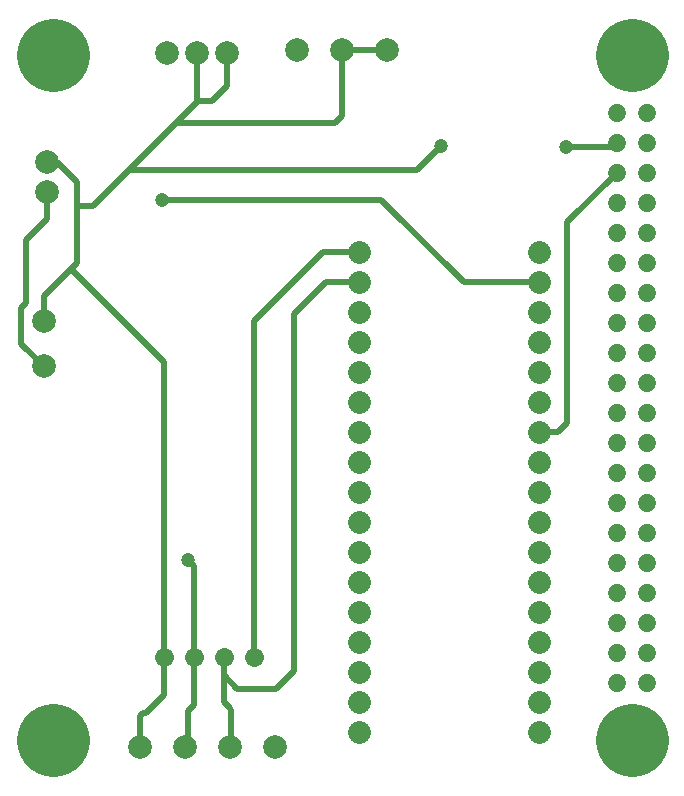
<source format=gbl>
G04 ( created by brdgerber.py ( brdgerber.py v0.1 2014-03-12 ) ) date 2020-07-20 00:47:19 EDT*
G04 Gerber Fmt 3.4, Leading zero omitted, Abs format*
%MOIN*%
%FSLAX34Y34*%
G01*
G70*
G90*
G04 APERTURE LIST*
%ADD12C,0.0000*%
%ADD17C,0.0760*%
%ADD19C,0.0472*%
%ADD14C,0.0642*%
%ADD13C,0.0050*%
%ADD11C,0.2440*%
%ADD16C,0.0787*%
%ADD15C,0.0060*%
%ADD10C,0.0589*%
%ADD18C,0.0200*%
G04 APERTURE END LIST*
G54D12*
D10*
G01X07345Y09950D02*
G01X07345Y09950D01*
D10*
G01X08345Y09950D02*
G01X08345Y09950D01*
D10*
G01X07345Y08950D02*
G01X07345Y08950D01*
D10*
G01X08345Y08950D02*
G01X08345Y08950D01*
D10*
G01X07345Y07950D02*
G01X07345Y07950D01*
D10*
G01X08345Y07950D02*
G01X08345Y07950D01*
D10*
G01X07345Y06950D02*
G01X07345Y06950D01*
D10*
G01X08345Y06950D02*
G01X08345Y06950D01*
D10*
G01X07345Y05950D02*
G01X07345Y05950D01*
D10*
G01X08345Y05950D02*
G01X08345Y05950D01*
D10*
G01X07345Y04950D02*
G01X07345Y04950D01*
D10*
G01X08345Y04950D02*
G01X08345Y04950D01*
D10*
G01X07345Y03950D02*
G01X07345Y03950D01*
D10*
G01X08345Y03950D02*
G01X08345Y03950D01*
D10*
G01X07345Y02950D02*
G01X07345Y02950D01*
D10*
G01X08345Y02950D02*
G01X08345Y02950D01*
D10*
G01X07345Y01950D02*
G01X07345Y01950D01*
D10*
G01X08345Y01950D02*
G01X08345Y01950D01*
D10*
G01X07345Y00950D02*
G01X07345Y00950D01*
D10*
G01X08345Y00950D02*
G01X08345Y00950D01*
D10*
G01X07345Y-00050D02*
G01X07345Y-00050D01*
D10*
G01X08345Y-00050D02*
G01X08345Y-00050D01*
D10*
G01X07345Y-01050D02*
G01X07345Y-01050D01*
D10*
G01X08345Y-01050D02*
G01X08345Y-01050D01*
D10*
G01X07345Y-02050D02*
G01X07345Y-02050D01*
D10*
G01X08345Y-02050D02*
G01X08345Y-02050D01*
D10*
G01X07345Y-03050D02*
G01X07345Y-03050D01*
D10*
G01X08345Y-03050D02*
G01X08345Y-03050D01*
D10*
G01X07345Y-04050D02*
G01X07345Y-04050D01*
D10*
G01X08345Y-04050D02*
G01X08345Y-04050D01*
D10*
G01X07345Y-05050D02*
G01X07345Y-05050D01*
D10*
G01X08345Y-05050D02*
G01X08345Y-05050D01*
D10*
G01X07345Y-06050D02*
G01X07345Y-06050D01*
D10*
G01X08345Y-06050D02*
G01X08345Y-06050D01*
D10*
G01X07345Y-07050D02*
G01X07345Y-07050D01*
D10*
G01X08345Y-07050D02*
G01X08345Y-07050D01*
D10*
G01X07345Y-08050D02*
G01X07345Y-08050D01*
D10*
G01X08345Y-08050D02*
G01X08345Y-08050D01*
D10*
G01X07345Y-09050D02*
G01X07345Y-09050D01*
D10*
G01X08345Y-09050D02*
G01X08345Y-09050D01*
D11*
G01X-11446Y11868D02*
G01X-11446Y11868D01*
D11*
G01X07845Y11868D02*
G01X07845Y11868D01*
D11*
G01X07845Y-10967D02*
G01X07845Y-10967D01*
D11*
G01X-11446Y-10967D02*
G01X-11446Y-10967D01*
D14*
G01X-04750Y-08200D02*
G01X-04750Y-08200D01*
D14*
G01X-05750Y-08200D02*
G01X-05750Y-08200D01*
D14*
G01X-06750Y-08200D02*
G01X-06750Y-08200D01*
D14*
G01X-07750Y-08200D02*
G01X-07750Y-08200D01*
D16*
X-11650Y08300D03*
D16*
X-11650Y07300D03*
D16*
X-11750Y03000D03*
D16*
X-11750Y01500D03*
D16*
X-00300Y12050D03*
D16*
X-01800Y12050D03*
D16*
X-03300Y12050D03*
D17*
G01X-01250Y-10700D02*
G01X-01250Y-10700D01*
D17*
G01X-01250Y-09700D02*
G01X-01250Y-09700D01*
D17*
G01X-01250Y-08700D02*
G01X-01250Y-08700D01*
D17*
G01X-01250Y-07700D02*
G01X-01250Y-07700D01*
D17*
G01X-01250Y-06700D02*
G01X-01250Y-06700D01*
D17*
G01X-01250Y-05700D02*
G01X-01250Y-05700D01*
D17*
G01X-01250Y-04700D02*
G01X-01250Y-04700D01*
D17*
G01X-01250Y-03700D02*
G01X-01250Y-03700D01*
D17*
G01X-01250Y-02700D02*
G01X-01250Y-02700D01*
D17*
G01X-01250Y-01700D02*
G01X-01250Y-01700D01*
D17*
G01X-01250Y-00700D02*
G01X-01250Y-00700D01*
D17*
G01X04750Y02300D02*
G01X04750Y02300D01*
D17*
G01X04750Y01300D02*
G01X04750Y01300D01*
D17*
G01X-01250Y02300D02*
G01X-01250Y02300D01*
D17*
G01X-01250Y03300D02*
G01X-01250Y03300D01*
D17*
G01X-01250Y04300D02*
G01X-01250Y04300D01*
D17*
G01X-01250Y05300D02*
G01X-01250Y05300D01*
D17*
G01X04750Y05300D02*
G01X04750Y05300D01*
D17*
G01X04750Y04300D02*
G01X04750Y04300D01*
D17*
G01X04750Y03300D02*
G01X04750Y03300D01*
D17*
G01X-01250Y00300D02*
G01X-01250Y00300D01*
D17*
G01X-01250Y01300D02*
G01X-01250Y01300D01*
D17*
G01X04750Y00300D02*
G01X04750Y00300D01*
D17*
G01X04750Y-00700D02*
G01X04750Y-00700D01*
D17*
G01X04750Y-01700D02*
G01X04750Y-01700D01*
D17*
G01X04750Y-02700D02*
G01X04750Y-02700D01*
D17*
G01X04750Y-03700D02*
G01X04750Y-03700D01*
D17*
G01X04750Y-04700D02*
G01X04750Y-04700D01*
D17*
G01X04750Y-05700D02*
G01X04750Y-05700D01*
D17*
G01X04750Y-06700D02*
G01X04750Y-06700D01*
D17*
G01X04750Y-07700D02*
G01X04750Y-07700D01*
D17*
G01X04750Y-08700D02*
G01X04750Y-08700D01*
D17*
G01X04750Y-09700D02*
G01X04750Y-09700D01*
D17*
G01X04750Y-10700D02*
G01X04750Y-10700D01*
D16*
X-08550Y-11200D03*
D16*
X-07050Y-11200D03*
D16*
X-05550Y-11200D03*
D16*
X-04050Y-11200D03*
D16*
X-05650Y11950D03*
D16*
X-06650Y11950D03*
D16*
X-07650Y11950D03*
D18*
G01X-11650Y08300D02*
G01X-11300Y08300D01*
D18*
G01X-11300Y08300D02*
G01X-10650Y07650D01*
D18*
G01X-10650Y07650D02*
G01X-10650Y05750D01*
D18*
G01X-11650Y07300D02*
G01X-11650Y06400D01*
D18*
G01X-11650Y06400D02*
G01X-12350Y05700D01*
D18*
G01X-12350Y05700D02*
G01X-12350Y04050D01*
D18*
G01X-10850Y04750D02*
G01X-07750Y01650D01*
D18*
G01X-07750Y01650D02*
G01X-07750Y-08200D01*
D18*
G01X-07750Y-08200D02*
G01X-07750Y-09450D01*
D18*
G01X-07750Y-09450D02*
G01X-08350Y-10050D01*
D18*
G01X07200Y08800D02*
G01X07350Y08950D01*
D18*
G01X05650Y08800D02*
G01X07200Y08800D01*
D18*
G01X-06950Y-10000D02*
G01X-06750Y-09800D01*
D18*
G01X-06750Y-09800D02*
G01X-06750Y-08200D01*
D18*
G01X-06750Y-08200D02*
G01X-06750Y-05150D01*
D18*
G01X-06750Y-05150D02*
G01X-06950Y-04950D01*
D19*
X-06950Y-04950D03*
D18*
G01X-10650Y06850D02*
G01X-10100Y06850D01*
D18*
G01X-10100Y06850D02*
G01X-06650Y10300D01*
D18*
G01X-06650Y10300D02*
G01X-06650Y11950D01*
D18*
G01X-06650Y10350D02*
G01X-06150Y10350D01*
D18*
G01X-06150Y10350D02*
G01X-05650Y10850D01*
D18*
G01X-05650Y10850D02*
G01X-05650Y11950D01*
D18*
G01X-07300Y09600D02*
G01X-02550Y09600D01*
D18*
G01X-04550Y09600D02*
G01X-04050Y09600D01*
D19*
X01500Y08850D03*
D18*
G01X01500Y08850D02*
G01X00700Y08050D01*
D18*
G01X00700Y08050D02*
G01X-08850Y08050D01*
D18*
G01X04750Y04300D02*
G01X02250Y04300D01*
D18*
G01X02250Y04300D02*
G01X-00500Y07050D01*
D18*
G01X-00500Y07050D02*
G01X-07800Y07050D01*
D19*
X-07800Y07050D03*
D18*
G01X-04750Y-08200D02*
G01X-04750Y03000D01*
D18*
G01X-04750Y03000D02*
G01X-02450Y05300D01*
D18*
G01X-02450Y05300D02*
G01X-01250Y05300D01*
D18*
G01X-05750Y-08200D02*
G01X-05750Y-08800D01*
D18*
G01X-05750Y-08800D02*
G01X-05300Y-09250D01*
D18*
G01X-05300Y-09250D02*
G01X-04000Y-09250D01*
D18*
G01X-04000Y-09250D02*
G01X-03400Y-08650D01*
D18*
G01X-03400Y-08650D02*
G01X-03400Y03250D01*
D18*
G01X-03400Y03250D02*
G01X-02350Y04300D01*
D18*
G01X-02350Y04300D02*
G01X-01250Y04300D01*
D18*
G01X05700Y06300D02*
G01X07350Y07950D01*
D18*
G01X-05550Y-09900D02*
G01X-05750Y-09700D01*
D18*
G01X-05750Y-09700D02*
G01X-05750Y-08800D01*
D18*
G01X05700Y-00400D02*
G01X05700Y06300D01*
D18*
G01X04750Y-00700D02*
G01X05400Y-00700D01*
D18*
G01X05400Y-00700D02*
G01X05700Y-00400D01*
D19*
X05650Y08800D03*
D18*
G01X-02550Y09600D02*
G01X-02050Y09600D01*
D18*
G01X-02050Y09600D02*
G01X-01800Y09850D01*
D18*
G01X-01800Y09850D02*
G01X-01800Y12050D01*
D18*
G01X-01800Y12050D02*
G01X-00300Y12050D01*
D18*
G01X-10650Y05800D02*
G01X-10650Y04950D01*
D18*
G01X-10650Y04950D02*
G01X-10850Y04750D01*
D18*
G01X-11750Y03000D02*
G01X-11750Y03850D01*
D18*
G01X-11750Y03850D02*
G01X-10850Y04750D01*
D18*
G01X-12350Y04050D02*
G01X-12350Y03600D01*
D18*
G01X-12350Y03600D02*
G01X-12500Y03450D01*
D18*
G01X-12500Y03450D02*
G01X-12500Y02250D01*
D18*
G01X-12500Y02250D02*
G01X-11750Y01500D01*
D18*
G01X-08350Y-10050D02*
G01X-08450Y-10050D01*
D18*
G01X-08450Y-10050D02*
G01X-08550Y-10150D01*
D18*
G01X-08550Y-10150D02*
G01X-08550Y-11200D01*
D18*
G01X-06950Y-10050D02*
G01X-06950Y-11100D01*
D18*
G01X-06950Y-11100D02*
G01X-07050Y-11200D01*
D18*
G01X-05500Y-09950D02*
G01X-05500Y-11150D01*
D18*
G01X-05500Y-11150D02*
G01X-05550Y-11200D01*
M02*

</source>
